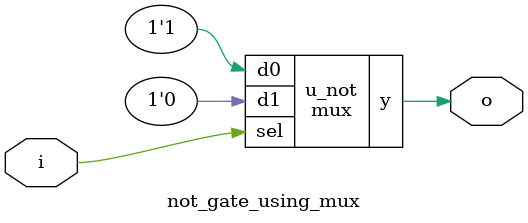
<source format=sv>

module mux
  (
    input  d0, d1,
    input  sel,
    output y
  );

  assign y = sel ? d1 : d0;

endmodule

//----------------------------------------------------------------------------
// Task
//----------------------------------------------------------------------------

module not_gate_using_mux
  (
    input  i,
    output o
  );

  // Task:
  // Implement not gate using instance(s) of mux,
  // constants 0 and 1, and wire connections
  mux u_not (.d0(1'b1), .d1(1'b0), .sel(i), .y(o));
endmodule

</source>
